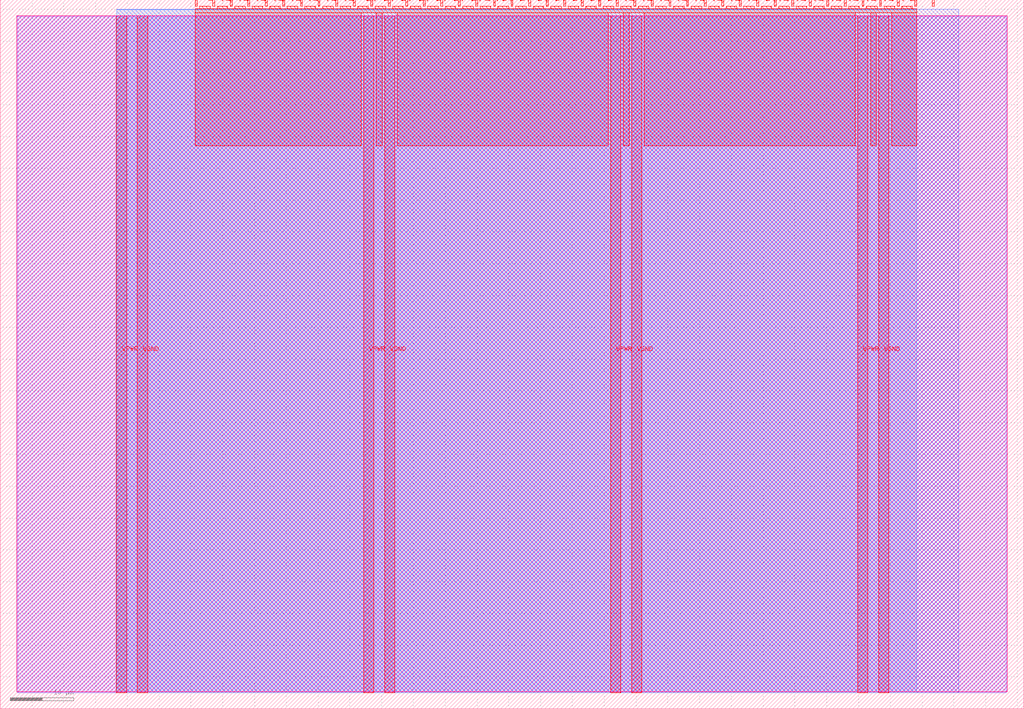
<source format=lef>
VERSION 5.7 ;
  NOWIREEXTENSIONATPIN ON ;
  DIVIDERCHAR "/" ;
  BUSBITCHARS "[]" ;
MACRO tt_um_myprocessor
  CLASS BLOCK ;
  FOREIGN tt_um_myprocessor ;
  ORIGIN 0.000 0.000 ;
  SIZE 161.000 BY 111.520 ;
  PIN VGND
    DIRECTION INOUT ;
    USE GROUND ;
    PORT
      LAYER met4 ;
        RECT 21.580 2.480 23.180 109.040 ;
    END
    PORT
      LAYER met4 ;
        RECT 60.450 2.480 62.050 109.040 ;
    END
    PORT
      LAYER met4 ;
        RECT 99.320 2.480 100.920 109.040 ;
    END
    PORT
      LAYER met4 ;
        RECT 138.190 2.480 139.790 109.040 ;
    END
  END VGND
  PIN VPWR
    DIRECTION INOUT ;
    USE POWER ;
    PORT
      LAYER met4 ;
        RECT 18.280 2.480 19.880 109.040 ;
    END
    PORT
      LAYER met4 ;
        RECT 57.150 2.480 58.750 109.040 ;
    END
    PORT
      LAYER met4 ;
        RECT 96.020 2.480 97.620 109.040 ;
    END
    PORT
      LAYER met4 ;
        RECT 134.890 2.480 136.490 109.040 ;
    END
  END VPWR
  PIN clk
    DIRECTION INPUT ;
    USE SIGNAL ;
    ANTENNAGATEAREA 0.852000 ;
    PORT
      LAYER met4 ;
        RECT 143.830 110.520 144.130 111.520 ;
    END
  END clk
  PIN ena
    DIRECTION INPUT ;
    USE SIGNAL ;
    PORT
      LAYER met4 ;
        RECT 146.590 110.520 146.890 111.520 ;
    END
  END ena
  PIN rst_n
    DIRECTION INPUT ;
    USE SIGNAL ;
    ANTENNAGATEAREA 0.213000 ;
    PORT
      LAYER met4 ;
        RECT 141.070 110.520 141.370 111.520 ;
    END
  END rst_n
  PIN ui_in[0]
    DIRECTION INPUT ;
    USE SIGNAL ;
    PORT
      LAYER met4 ;
        RECT 138.310 110.520 138.610 111.520 ;
    END
  END ui_in[0]
  PIN ui_in[1]
    DIRECTION INPUT ;
    USE SIGNAL ;
    PORT
      LAYER met4 ;
        RECT 135.550 110.520 135.850 111.520 ;
    END
  END ui_in[1]
  PIN ui_in[2]
    DIRECTION INPUT ;
    USE SIGNAL ;
    PORT
      LAYER met4 ;
        RECT 132.790 110.520 133.090 111.520 ;
    END
  END ui_in[2]
  PIN ui_in[3]
    DIRECTION INPUT ;
    USE SIGNAL ;
    PORT
      LAYER met4 ;
        RECT 130.030 110.520 130.330 111.520 ;
    END
  END ui_in[3]
  PIN ui_in[4]
    DIRECTION INPUT ;
    USE SIGNAL ;
    PORT
      LAYER met4 ;
        RECT 127.270 110.520 127.570 111.520 ;
    END
  END ui_in[4]
  PIN ui_in[5]
    DIRECTION INPUT ;
    USE SIGNAL ;
    PORT
      LAYER met4 ;
        RECT 124.510 110.520 124.810 111.520 ;
    END
  END ui_in[5]
  PIN ui_in[6]
    DIRECTION INPUT ;
    USE SIGNAL ;
    PORT
      LAYER met4 ;
        RECT 121.750 110.520 122.050 111.520 ;
    END
  END ui_in[6]
  PIN ui_in[7]
    DIRECTION INPUT ;
    USE SIGNAL ;
    PORT
      LAYER met4 ;
        RECT 118.990 110.520 119.290 111.520 ;
    END
  END ui_in[7]
  PIN uio_in[0]
    DIRECTION INPUT ;
    USE SIGNAL ;
    PORT
      LAYER met4 ;
        RECT 116.230 110.520 116.530 111.520 ;
    END
  END uio_in[0]
  PIN uio_in[1]
    DIRECTION INPUT ;
    USE SIGNAL ;
    PORT
      LAYER met4 ;
        RECT 113.470 110.520 113.770 111.520 ;
    END
  END uio_in[1]
  PIN uio_in[2]
    DIRECTION INPUT ;
    USE SIGNAL ;
    PORT
      LAYER met4 ;
        RECT 110.710 110.520 111.010 111.520 ;
    END
  END uio_in[2]
  PIN uio_in[3]
    DIRECTION INPUT ;
    USE SIGNAL ;
    PORT
      LAYER met4 ;
        RECT 107.950 110.520 108.250 111.520 ;
    END
  END uio_in[3]
  PIN uio_in[4]
    DIRECTION INPUT ;
    USE SIGNAL ;
    PORT
      LAYER met4 ;
        RECT 105.190 110.520 105.490 111.520 ;
    END
  END uio_in[4]
  PIN uio_in[5]
    DIRECTION INPUT ;
    USE SIGNAL ;
    PORT
      LAYER met4 ;
        RECT 102.430 110.520 102.730 111.520 ;
    END
  END uio_in[5]
  PIN uio_in[6]
    DIRECTION INPUT ;
    USE SIGNAL ;
    PORT
      LAYER met4 ;
        RECT 99.670 110.520 99.970 111.520 ;
    END
  END uio_in[6]
  PIN uio_in[7]
    DIRECTION INPUT ;
    USE SIGNAL ;
    PORT
      LAYER met4 ;
        RECT 96.910 110.520 97.210 111.520 ;
    END
  END uio_in[7]
  PIN uio_oe[0]
    DIRECTION OUTPUT ;
    USE SIGNAL ;
    PORT
      LAYER met4 ;
        RECT 49.990 110.520 50.290 111.520 ;
    END
  END uio_oe[0]
  PIN uio_oe[1]
    DIRECTION OUTPUT ;
    USE SIGNAL ;
    PORT
      LAYER met4 ;
        RECT 47.230 110.520 47.530 111.520 ;
    END
  END uio_oe[1]
  PIN uio_oe[2]
    DIRECTION OUTPUT ;
    USE SIGNAL ;
    PORT
      LAYER met4 ;
        RECT 44.470 110.520 44.770 111.520 ;
    END
  END uio_oe[2]
  PIN uio_oe[3]
    DIRECTION OUTPUT ;
    USE SIGNAL ;
    PORT
      LAYER met4 ;
        RECT 41.710 110.520 42.010 111.520 ;
    END
  END uio_oe[3]
  PIN uio_oe[4]
    DIRECTION OUTPUT ;
    USE SIGNAL ;
    PORT
      LAYER met4 ;
        RECT 38.950 110.520 39.250 111.520 ;
    END
  END uio_oe[4]
  PIN uio_oe[5]
    DIRECTION OUTPUT ;
    USE SIGNAL ;
    PORT
      LAYER met4 ;
        RECT 36.190 110.520 36.490 111.520 ;
    END
  END uio_oe[5]
  PIN uio_oe[6]
    DIRECTION OUTPUT ;
    USE SIGNAL ;
    PORT
      LAYER met4 ;
        RECT 33.430 110.520 33.730 111.520 ;
    END
  END uio_oe[6]
  PIN uio_oe[7]
    DIRECTION OUTPUT ;
    USE SIGNAL ;
    PORT
      LAYER met4 ;
        RECT 30.670 110.520 30.970 111.520 ;
    END
  END uio_oe[7]
  PIN uio_out[0]
    DIRECTION OUTPUT ;
    USE SIGNAL ;
    PORT
      LAYER met4 ;
        RECT 72.070 110.520 72.370 111.520 ;
    END
  END uio_out[0]
  PIN uio_out[1]
    DIRECTION OUTPUT ;
    USE SIGNAL ;
    PORT
      LAYER met4 ;
        RECT 69.310 110.520 69.610 111.520 ;
    END
  END uio_out[1]
  PIN uio_out[2]
    DIRECTION OUTPUT ;
    USE SIGNAL ;
    PORT
      LAYER met4 ;
        RECT 66.550 110.520 66.850 111.520 ;
    END
  END uio_out[2]
  PIN uio_out[3]
    DIRECTION OUTPUT ;
    USE SIGNAL ;
    PORT
      LAYER met4 ;
        RECT 63.790 110.520 64.090 111.520 ;
    END
  END uio_out[3]
  PIN uio_out[4]
    DIRECTION OUTPUT ;
    USE SIGNAL ;
    PORT
      LAYER met4 ;
        RECT 61.030 110.520 61.330 111.520 ;
    END
  END uio_out[4]
  PIN uio_out[5]
    DIRECTION OUTPUT ;
    USE SIGNAL ;
    PORT
      LAYER met4 ;
        RECT 58.270 110.520 58.570 111.520 ;
    END
  END uio_out[5]
  PIN uio_out[6]
    DIRECTION OUTPUT ;
    USE SIGNAL ;
    PORT
      LAYER met4 ;
        RECT 55.510 110.520 55.810 111.520 ;
    END
  END uio_out[6]
  PIN uio_out[7]
    DIRECTION OUTPUT ;
    USE SIGNAL ;
    PORT
      LAYER met4 ;
        RECT 52.750 110.520 53.050 111.520 ;
    END
  END uio_out[7]
  PIN uo_out[0]
    DIRECTION OUTPUT ;
    USE SIGNAL ;
    ANTENNAGATEAREA 0.504000 ;
    ANTENNADIFFAREA 0.891000 ;
    PORT
      LAYER met4 ;
        RECT 94.150 110.520 94.450 111.520 ;
    END
  END uo_out[0]
  PIN uo_out[1]
    DIRECTION OUTPUT ;
    USE SIGNAL ;
    ANTENNAGATEAREA 0.504000 ;
    ANTENNADIFFAREA 0.891000 ;
    PORT
      LAYER met4 ;
        RECT 91.390 110.520 91.690 111.520 ;
    END
  END uo_out[1]
  PIN uo_out[2]
    DIRECTION OUTPUT ;
    USE SIGNAL ;
    ANTENNAGATEAREA 0.504000 ;
    ANTENNADIFFAREA 0.891000 ;
    PORT
      LAYER met4 ;
        RECT 88.630 110.520 88.930 111.520 ;
    END
  END uo_out[2]
  PIN uo_out[3]
    DIRECTION OUTPUT ;
    USE SIGNAL ;
    ANTENNAGATEAREA 0.504000 ;
    ANTENNADIFFAREA 0.891000 ;
    PORT
      LAYER met4 ;
        RECT 85.870 110.520 86.170 111.520 ;
    END
  END uo_out[3]
  PIN uo_out[4]
    DIRECTION OUTPUT ;
    USE SIGNAL ;
    ANTENNAGATEAREA 0.504000 ;
    ANTENNADIFFAREA 0.891000 ;
    PORT
      LAYER met4 ;
        RECT 83.110 110.520 83.410 111.520 ;
    END
  END uo_out[4]
  PIN uo_out[5]
    DIRECTION OUTPUT ;
    USE SIGNAL ;
    ANTENNAGATEAREA 0.504000 ;
    ANTENNADIFFAREA 0.891000 ;
    PORT
      LAYER met4 ;
        RECT 80.350 110.520 80.650 111.520 ;
    END
  END uo_out[5]
  PIN uo_out[6]
    DIRECTION OUTPUT ;
    USE SIGNAL ;
    ANTENNAGATEAREA 0.504000 ;
    ANTENNADIFFAREA 0.891000 ;
    PORT
      LAYER met4 ;
        RECT 77.590 110.520 77.890 111.520 ;
    END
  END uo_out[6]
  PIN uo_out[7]
    DIRECTION OUTPUT ;
    USE SIGNAL ;
    ANTENNAGATEAREA 0.504000 ;
    ANTENNADIFFAREA 0.891000 ;
    PORT
      LAYER met4 ;
        RECT 74.830 110.520 75.130 111.520 ;
    END
  END uo_out[7]
  OBS
      LAYER nwell ;
        RECT 2.570 2.635 158.430 108.990 ;
      LAYER li1 ;
        RECT 2.760 2.635 158.240 108.885 ;
      LAYER met1 ;
        RECT 2.760 2.480 158.240 109.040 ;
      LAYER met2 ;
        RECT 18.310 2.535 150.780 110.005 ;
      LAYER met3 ;
        RECT 18.290 2.555 144.170 109.985 ;
      LAYER met4 ;
        RECT 31.370 110.120 33.030 110.520 ;
        RECT 34.130 110.120 35.790 110.520 ;
        RECT 36.890 110.120 38.550 110.520 ;
        RECT 39.650 110.120 41.310 110.520 ;
        RECT 42.410 110.120 44.070 110.520 ;
        RECT 45.170 110.120 46.830 110.520 ;
        RECT 47.930 110.120 49.590 110.520 ;
        RECT 50.690 110.120 52.350 110.520 ;
        RECT 53.450 110.120 55.110 110.520 ;
        RECT 56.210 110.120 57.870 110.520 ;
        RECT 58.970 110.120 60.630 110.520 ;
        RECT 61.730 110.120 63.390 110.520 ;
        RECT 64.490 110.120 66.150 110.520 ;
        RECT 67.250 110.120 68.910 110.520 ;
        RECT 70.010 110.120 71.670 110.520 ;
        RECT 72.770 110.120 74.430 110.520 ;
        RECT 75.530 110.120 77.190 110.520 ;
        RECT 78.290 110.120 79.950 110.520 ;
        RECT 81.050 110.120 82.710 110.520 ;
        RECT 83.810 110.120 85.470 110.520 ;
        RECT 86.570 110.120 88.230 110.520 ;
        RECT 89.330 110.120 90.990 110.520 ;
        RECT 92.090 110.120 93.750 110.520 ;
        RECT 94.850 110.120 96.510 110.520 ;
        RECT 97.610 110.120 99.270 110.520 ;
        RECT 100.370 110.120 102.030 110.520 ;
        RECT 103.130 110.120 104.790 110.520 ;
        RECT 105.890 110.120 107.550 110.520 ;
        RECT 108.650 110.120 110.310 110.520 ;
        RECT 111.410 110.120 113.070 110.520 ;
        RECT 114.170 110.120 115.830 110.520 ;
        RECT 116.930 110.120 118.590 110.520 ;
        RECT 119.690 110.120 121.350 110.520 ;
        RECT 122.450 110.120 124.110 110.520 ;
        RECT 125.210 110.120 126.870 110.520 ;
        RECT 127.970 110.120 129.630 110.520 ;
        RECT 130.730 110.120 132.390 110.520 ;
        RECT 133.490 110.120 135.150 110.520 ;
        RECT 136.250 110.120 137.910 110.520 ;
        RECT 139.010 110.120 140.670 110.520 ;
        RECT 141.770 110.120 143.430 110.520 ;
        RECT 30.655 109.440 144.145 110.120 ;
        RECT 30.655 88.575 56.750 109.440 ;
        RECT 59.150 88.575 60.050 109.440 ;
        RECT 62.450 88.575 95.620 109.440 ;
        RECT 98.020 88.575 98.920 109.440 ;
        RECT 101.320 88.575 134.490 109.440 ;
        RECT 136.890 88.575 137.790 109.440 ;
        RECT 140.190 88.575 144.145 109.440 ;
  END
END tt_um_myprocessor
END LIBRARY


</source>
